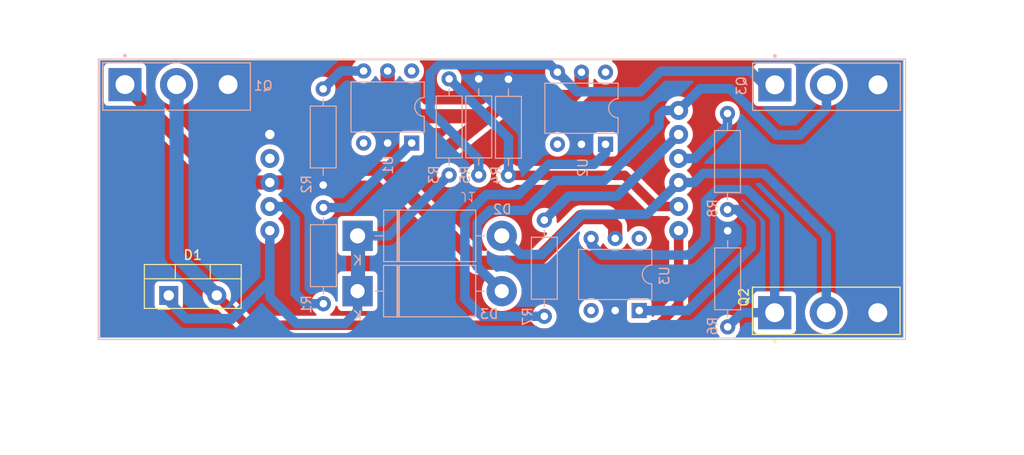
<source format=kicad_pcb>
(kicad_pcb (version 20221018) (generator pcbnew)
  (layers (0 "F.Cu" signal) (31 "B.Cu" signal) (34 "B.Paste" user) (35 "F.Paste" user) (36 "B.SilkS" user "B.Silkscreen") (37 "F.SilkS" user "F.Silkscreen") (38 "B.Mask" user) (39 "F.Mask" user) (44 "Edge.Cuts" user))
  (net 0 "")
  (net 7 "CAP1+")
  (net 8 "SOLENOIDE1_2")
  (net 9 "PWM_carregamento")
  (net 10 "18V")
  (net 12 "ADC_Chute")
  (net 13 "DISPARO NORMAL")
  (net 14 "DISPARO CHIP KICK")
  (net 15 "SOLENOIDE2_2")
  (net 16 "Net-(Q2-Pad1)")
  (net 17 "Net-(Q3-Pad1)")
  (net 18 "Net-(R2-Pad2)")
  (net 19 "Net-(R7-Pad2)")
  (net 20 "INDUTOR1_2")
  (net 21 "GND")
  (net 22 "Net-(R1-Pad2)")
  (net 23 "Net-(R8-Pad2)")
  (footprint "Package_TO_SOT_THT:TO-220-2_Vertical" (layer "F.Cu") (at 134.545 108.775)
    (fp_text reference "D1" (at 2.54 -4.27) (layer "F.SilkS"))
    (fp_text value "BYV79-200")
    (fp_line (start -2.58 -3.27) (end -2.58 1.371) (stroke (width 0.12)) (layer "F.SilkS"))
    (fp_line (start -2.58 -3.27) (end 7.66 -3.27) (stroke (width 0.12)) (layer "F.SilkS"))
    (fp_line (start -2.58 -1.76) (end 7.66 -1.76) (stroke (width 0.12)) (layer "F.SilkS"))
    (fp_line (start -2.58 1.371) (end 7.66 1.371) (stroke (width 0.12)) (layer "F.SilkS"))
    (fp_line (start 0.69 -3.27) (end 0.69 -1.76) (stroke (width 0.12)) (layer "F.SilkS"))
    (fp_line (start 4.391 -3.27) (end 4.391 -1.76) (stroke (width 0.12)) (layer "F.SilkS"))
    (fp_line (start 7.66 -3.27) (end 7.66 1.371) (stroke (width 0.12)) (layer "F.SilkS"))
    (pad "1" thru_hole rect (at 0 0) (size 2 2) (drill 1.1) (layers "*.Cu" "*.Mask") (net 7 "CAP1+"))
    (pad "2" thru_hole oval (at 5.08 0) (size 2 2) (drill 1.1) (layers "*.Cu" "*.Mask") (net 20 "INDUTOR1_2"))
  )
  (footprint "Maraca:TO545P1560X500X2460-3 90d" (layer "F.Cu") (at 204.04 110.6)
    (fp_text reference "Q2" (at -8.714 -1.634 90) (layer "F.SilkS"))
    (fp_text value "IRFP260N")
    (fp_line (start -7.8 -2.7) (end 7.8 -2.7) (stroke (width 0.127)) (layer "F.SilkS"))
    (fp_line (start -7.8 2.3) (end -7.8 -2.7) (stroke (width 0.127)) (layer "F.SilkS"))
    (fp_line (start 7.8 -2.7) (end 7.8 2.3) (stroke (width 0.127)) (layer "F.SilkS"))
    (fp_line (start 7.8 2.3) (end -7.8 2.3) (stroke (width 0.127)) (layer "F.SilkS"))
    (fp_circle (center -5.45 3.05) (end -5.35 3.05) (stroke (width 0.2)) (fill none) (layer "F.SilkS"))
    (pad "1" thru_hole rect (at -5.45 0) (size 3.5 3.5) (drill 2) (layers "*.Cu" "*.Mask") (net 16 "Net-(Q2-Pad1)"))
    (pad "2" thru_hole circle (at 0 0) (size 3.5 3.5) (drill 2) (layers "*.Cu" "*.Mask") (net 8 "SOLENOIDE1_2"))
    (pad "3" thru_hole circle (at 5.45 0) (size 3.5 3.5) (drill 2) (layers "*.Cu" "*.Mask") (net 21 "GND"))
  )
  (footprint "Resistor_THT:R_Axial_DIN0207_L6.3mm_D2.5mm_P10.16mm_Horizontal" (layer "B.Cu") (at 150.89 109.65 90)
    (fp_text reference "R1" (at -0.078 -1.792 90) (layer "B.SilkS") (effects (justify mirror)))
    (fp_text value "220")
    (fp_line (start 1.04 0) (end 1.81 0) (stroke (width 0.12)) (layer "B.SilkS"))
    (fp_line (start 1.81 -1.37) (end 8.35 -1.37) (stroke (width 0.12)) (layer "B.SilkS"))
    (fp_line (start 1.81 1.37) (end 1.81 -1.37) (stroke (width 0.12)) (layer "B.SilkS"))
    (fp_line (start 8.35 -1.37) (end 8.35 1.37) (stroke (width 0.12)) (layer "B.SilkS"))
    (fp_line (start 8.35 1.37) (end 1.81 1.37) (stroke (width 0.12)) (layer "B.SilkS"))
    (fp_line (start 9.12 0) (end 8.35 0) (stroke (width 0.12)) (layer "B.SilkS"))
    (pad "1" thru_hole circle (at 0 0 90) (size 1.6 1.6) (drill 0.8) (layers "*.Cu" "*.Mask") (net 9 "PWM_carregamento"))
    (pad "2" thru_hole oval (at 10.16 0 90) (size 1.6 1.6) (drill 0.8) (layers "*.Cu" "*.Mask") (net 22 "Net-(R1-Pad2)"))
  )
  (footprint "Package_DIP:DIP-6_W7.62mm" (layer "B.Cu") (at 180.71 92.8 90)
    (fp_text reference "U2" (at -2.45 -2.402 90) (layer "B.SilkS") (effects (justify mirror)))
    (fp_text value "OPTO DISPARO KICK")
    (fp_line (start 1.16 -6.41) (end 6.46 -6.41) (stroke (width 0.12)) (layer "B.SilkS"))
    (fp_line (start 1.16 1.33) (end 1.16 -6.41) (stroke (width 0.12)) (layer "B.SilkS"))
    (fp_line (start 2.81 1.33) (end 1.16 1.33) (stroke (width 0.12)) (layer "B.SilkS"))
    (fp_line (start 6.46 -6.41) (end 6.46 1.33) (stroke (width 0.12)) (layer "B.SilkS"))
    (fp_line (start 6.46 1.33) (end 4.81 1.33) (stroke (width 0.12)) (layer "B.SilkS"))
    (fp_arc (start 2.81 1.33) (mid 3.81 0.33) (end 4.81 1.33) (stroke (width 0.12)) (layer "B.SilkS"))
    (pad "1" thru_hole rect (at 0 0 90) (size 1.6 1.6) (drill 0.8) (layers "*.Cu" "*.Mask") (net 19 "Net-(R7-Pad2)"))
    (pad "2" thru_hole oval (at 0 -2.54 90) (size 1.6 1.6) (drill 0.8) (layers "*.Cu" "*.Mask") (net 21 "GND"))
    (pad "3" thru_hole oval (at 0 -5.08 90) (size 1.6 1.6) (drill 0.8) (layers "*.Cu" "*.Mask"))
    (pad "4" thru_hole oval (at 7.62 -5.08 90) (size 1.6 1.6) (drill 0.8) (layers "*.Cu" "*.Mask") (net 17 "Net-(Q3-Pad1)"))
    (pad "5" thru_hole oval (at 7.62 -2.54 90) (size 1.6 1.6) (drill 0.8) (layers "*.Cu" "*.Mask") (net 10 "18V"))
    (pad "6" thru_hole oval (at 7.62 0 90) (size 1.6 1.6) (drill 0.8) (layers "*.Cu" "*.Mask"))
  )
  (footprint "Resistor_THT:R_Axial_DIN0207_L6.3mm_D2.5mm_P10.16mm_Horizontal" (layer "B.Cu") (at 193.6 89.54 -90)
    (fp_text reference "R8" (at 10.028 1.576 90) (layer "B.SilkS") (effects (justify mirror)))
    (fp_text value "220")
    (fp_line (start 1.04 0) (end 1.81 0) (stroke (width 0.12)) (layer "B.SilkS"))
    (fp_line (start 1.81 -1.37) (end 8.35 -1.37) (stroke (width 0.12)) (layer "B.SilkS"))
    (fp_line (start 1.81 1.37) (end 1.81 -1.37) (stroke (width 0.12)) (layer "B.SilkS"))
    (fp_line (start 8.35 -1.37) (end 8.35 1.37) (stroke (width 0.12)) (layer "B.SilkS"))
    (fp_line (start 8.35 1.37) (end 1.81 1.37) (stroke (width 0.12)) (layer "B.SilkS"))
    (fp_line (start 9.12 0) (end 8.35 0) (stroke (width 0.12)) (layer "B.SilkS"))
    (pad "1" thru_hole circle (at 0 0 270) (size 1.6 1.6) (drill 0.8) (layers "*.Cu" "*.Mask") (net 13 "DISPARO NORMAL"))
    (pad "2" thru_hole oval (at 10.16 0 270) (size 1.6 1.6) (drill 0.8) (layers "*.Cu" "*.Mask") (net 23 "Net-(R8-Pad2)"))
  )
  (footprint "Resistor_THT:R_Axial_DIN0207_L6.3mm_D2.5mm_P10.16mm_Horizontal" (layer "B.Cu") (at 174.24 100.82 -90)
    (fp_text reference "R7" (at 10.178 1.774 90) (layer "B.SilkS") (effects (justify mirror)))
    (fp_text value "220")
    (fp_line (start 1.04 0) (end 1.81 0) (stroke (width 0.12)) (layer "B.SilkS"))
    (fp_line (start 1.81 -1.37) (end 8.35 -1.37) (stroke (width 0.12)) (layer "B.SilkS"))
    (fp_line (start 1.81 1.37) (end 1.81 -1.37) (stroke (width 0.12)) (layer "B.SilkS"))
    (fp_line (start 8.35 -1.37) (end 8.35 1.37) (stroke (width 0.12)) (layer "B.SilkS"))
    (fp_line (start 8.35 1.37) (end 1.81 1.37) (stroke (width 0.12)) (layer "B.SilkS"))
    (fp_line (start 9.12 0) (end 8.35 0) (stroke (width 0.12)) (layer "B.SilkS"))
    (pad "1" thru_hole circle (at 0 0 270) (size 1.6 1.6) (drill 0.8) (layers "*.Cu" "*.Mask") (net 14 "DISPARO CHIP KICK"))
    (pad "2" thru_hole oval (at 10.16 0 270) (size 1.6 1.6) (drill 0.8) (layers "*.Cu" "*.Mask") (net 19 "Net-(R7-Pad2)"))
  )
  (footprint "Resistor_THT:R_Axial_DIN0207_L6.3mm_D2.5mm_P10.16mm_Horizontal" (layer "B.Cu") (at 170.45 96.085 90)
    (fp_text reference "R4" (at 0.018 -1.316 90) (layer "B.SilkS") (effects (justify mirror)))
    (fp_text value "27k")
    (fp_line (start 1.04 0) (end 1.81 0) (stroke (width 0.12)) (layer "B.SilkS"))
    (fp_line (start 1.81 -1.37) (end 8.35 -1.37) (stroke (width 0.12)) (layer "B.SilkS"))
    (fp_line (start 1.81 1.37) (end 1.81 -1.37) (stroke (width 0.12)) (layer "B.SilkS"))
    (fp_line (start 8.35 -1.37) (end 8.35 1.37) (stroke (width 0.12)) (layer "B.SilkS"))
    (fp_line (start 8.35 1.37) (end 1.81 1.37) (stroke (width 0.12)) (layer "B.SilkS"))
    (fp_line (start 9.12 0) (end 8.35 0) (stroke (width 0.12)) (layer "B.SilkS"))
    (pad "1" thru_hole circle (at 0 0 90) (size 1.6 1.6) (drill 0.8) (layers "*.Cu" "*.Mask") (net 12 "ADC_Chute"))
    (pad "2" thru_hole oval (at 10.16 0 90) (size 1.6 1.6) (drill 0.8) (layers "*.Cu" "*.Mask") (net 21 "GND"))
  )
  (footprint "Diode_THT:D_DO-201AD_P15.24mm_Horizontal" (layer "B.Cu") (at 154.505 102.475)
    (fp_text reference "D2" (at 15.295 -2.8) (layer "B.SilkS") (effects (justify mirror)))
    (fp_text value "1N5408")
    (fp_text user "K" (at 0 2.6) (layer "B.SilkS") (effects (justify mirror)))
    (fp_line (start 1.84 0) (end 2.75 0) (stroke (width 0.12)) (layer "B.SilkS"))
    (fp_line (start 2.75 -2.72) (end 12.49 -2.72) (stroke (width 0.12)) (layer "B.SilkS"))
    (fp_line (start 2.75 2.72) (end 2.75 -2.72) (stroke (width 0.12)) (layer "B.SilkS"))
    (fp_line (start 4.175 2.72) (end 4.175 -2.72) (stroke (width 0.12)) (layer "B.SilkS"))
    (fp_line (start 4.295 2.72) (end 4.295 -2.72) (stroke (width 0.12)) (layer "B.SilkS"))
    (fp_line (start 4.415 2.72) (end 4.415 -2.72) (stroke (width 0.12)) (layer "B.SilkS"))
    (fp_line (start 12.49 -2.72) (end 12.49 2.72) (stroke (width 0.12)) (layer "B.SilkS"))
    (fp_line (start 12.49 2.72) (end 2.75 2.72) (stroke (width 0.12)) (layer "B.SilkS"))
    (fp_line (start 13.4 0) (end 12.49 0) (stroke (width 0.12)) (layer "B.SilkS"))
    (pad "1" thru_hole rect (at 0 0) (size 3.2 3.2) (drill 1.6) (layers "*.Cu" "*.Mask") (net 7 "CAP1+"))
    (pad "2" thru_hole oval (at 15.24 0) (size 3.2 3.2) (drill 1.6) (layers "*.Cu" "*.Mask") (net 8 "SOLENOIDE1_2"))
  )
  (footprint "Resistor_THT:R_Axial_DIN0207_L6.3mm_D2.5mm_P10.16mm_Horizontal" (layer "B.Cu") (at 167.31 96.05 90)
    (fp_text reference "R5" (at 0.038 -1.448 90) (layer "B.SilkS") (effects (justify mirror)))
    (fp_text value "10k")
    (fp_line (start 1.04 0) (end 1.81 0) (stroke (width 0.12)) (layer "B.SilkS"))
    (fp_line (start 1.81 -1.37) (end 8.35 -1.37) (stroke (width 0.12)) (layer "B.SilkS"))
    (fp_line (start 1.81 1.37) (end 1.81 -1.37) (stroke (width 0.12)) (layer "B.SilkS"))
    (fp_line (start 8.35 -1.37) (end 8.35 1.37) (stroke (width 0.12)) (layer "B.SilkS"))
    (fp_line (start 8.35 1.37) (end 1.81 1.37) (stroke (width 0.12)) (layer "B.SilkS"))
    (fp_line (start 9.12 0) (end 8.35 0) (stroke (width 0.12)) (layer "B.SilkS"))
    (pad "1" thru_hole circle (at 0 0 90) (size 1.6 1.6) (drill 0.8) (layers "*.Cu" "*.Mask") (net 17 "Net-(Q3-Pad1)"))
    (pad "2" thru_hole oval (at 10.16 0 90) (size 1.6 1.6) (drill 0.8) (layers "*.Cu" "*.Mask") (net 21 "GND"))
  )
  (footprint "Maraca:TO545P1560X500X2460-3 90d" (layer "B.Cu") (at 135.37 86.49)
    (fp_text reference "Q1" (at 9.156 0.124) (layer "B.SilkS") (effects (justify mirror)))
    (fp_text value "IRFP260N")
    (fp_line (start -7.8 -2.3) (end -7.8 2.7) (stroke (width 0.127)) (layer "B.SilkS"))
    (fp_line (start -7.8 2.7) (end 7.8 2.7) (stroke (width 0.127)) (layer "B.SilkS"))
    (fp_line (start 7.8 -2.3) (end -7.8 -2.3) (stroke (width 0.127)) (layer "B.SilkS"))
    (fp_line (start 7.8 2.7) (end 7.8 -2.3) (stroke (width 0.127)) (layer "B.SilkS"))
    (fp_circle (center -5.45 -3.05) (end -5.35 -3.05) (stroke (width 0.2)) (fill none) (layer "B.SilkS"))
    (pad "1" thru_hole rect (at -5.45 0) (size 3.5 3.5) (drill 2) (layers "*.Cu" "*.Mask") (net 10 "18V"))
    (pad "2" thru_hole circle (at 0 0) (size 3.5 3.5) (drill 2) (layers "*.Cu" "*.Mask") (net 20 "INDUTOR1_2"))
    (pad "3" thru_hole circle (at 5.45 0) (size 3.5 3.5) (drill 2) (layers "*.Cu" "*.Mask") (net 21 "GND"))
  )
  (footprint "Maraca:TO545P1560X500X2460-3 90d" (layer "B.Cu") (at 204.06 86.5175)
    (fp_text reference "Q3" (at -8.988 0.0965 90) (layer "B.SilkS") (effects (justify mirror)))
    (fp_text value "IRFP260N")
    (fp_line (start -7.8 -2.3) (end -7.8 2.7) (stroke (width 0.127)) (layer "B.SilkS"))
    (fp_line (start -7.8 2.7) (end 7.8 2.7) (stroke (width 0.127)) (layer "B.SilkS"))
    (fp_line (start 7.8 -2.3) (end -7.8 -2.3) (stroke (width 0.127)) (layer "B.SilkS"))
    (fp_line (start 7.8 2.7) (end 7.8 -2.3) (stroke (width 0.127)) (layer "B.SilkS"))
    (fp_circle (center -5.45 -3.05) (end -5.35 -3.05) (stroke (width 0.2)) (fill none) (layer "B.SilkS"))
    (pad "1" thru_hole rect (at -5.45 0) (size 3.5 3.5) (drill 2) (layers "*.Cu" "*.Mask") (net 17 "Net-(Q3-Pad1)"))
    (pad "2" thru_hole circle (at 0 0) (size 3.5 3.5) (drill 2) (layers "*.Cu" "*.Mask") (net 15 "SOLENOIDE2_2"))
    (pad "3" thru_hole circle (at 5.45 0 358) (size 3.5 3.5) (drill 2) (layers "*.Cu" "*.Mask") (net 21 "GND"))
  )
  (footprint "Package_DIP:DIP-6_W7.62mm" (layer "B.Cu") (at 184.27 110.37 90)
    (fp_text reference "U3" (at 3.69 2.674 90) (layer "B.SilkS") (effects (justify mirror)))
    (fp_text value "OPTO DISPARO")
    (fp_line (start 1.16 -6.41) (end 6.46 -6.41) (stroke (width 0.12)) (layer "B.SilkS"))
    (fp_line (start 1.16 1.33) (end 1.16 -6.41) (stroke (width 0.12)) (layer "B.SilkS"))
    (fp_line (start 2.81 1.33) (end 1.16 1.33) (stroke (width 0.12)) (layer "B.SilkS"))
    (fp_line (start 6.46 -6.41) (end 6.46 1.33) (stroke (width 0.12)) (layer "B.SilkS"))
    (fp_line (start 6.46 1.33) (end 4.81 1.33) (stroke (width 0.12)) (layer "B.SilkS"))
    (fp_arc (start 2.81 1.33) (mid 3.81 0.33) (end 4.81 1.33) (stroke (width 0.12)) (layer "B.SilkS"))
    (pad "1" thru_hole rect (at 0 0 90) (size 1.6 1.6) (drill 0.8) (layers "*.Cu" "*.Mask") (net 23 "Net-(R8-Pad2)"))
    (pad "2" thru_hole oval (at 0 -2.54 90) (size 1.6 1.6) (drill 0.8) (layers "*.Cu" "*.Mask") (net 21 "GND"))
    (pad "3" thru_hole oval (at 0 -5.08 90) (size 1.6 1.6) (drill 0.8) (layers "*.Cu" "*.Mask"))
    (pad "4" thru_hole oval (at 7.62 -5.08 90) (size 1.6 1.6) (drill 0.8) (layers "*.Cu" "*.Mask") (net 16 "Net-(Q2-Pad1)"))
    (pad "5" thru_hole oval (at 7.62 -2.54 90) (size 1.6 1.6) (drill 0.8) (layers "*.Cu" "*.Mask") (net 10 "18V"))
    (pad "6" thru_hole oval (at 7.62 0 90) (size 1.6 1.6) (drill 0.8) (layers "*.Cu" "*.Mask"))
  )
  (footprint "Package_DIP:DIP-6_W7.62mm" (layer "B.Cu") (at 160.22 92.67 90)
    (fp_text reference "U1" (at -2.326 -2.486 90) (layer "B.SilkS") (effects (justify mirror)))
    (fp_text value "OPTO PWM")
    (fp_line (start 1.16 -6.41) (end 6.46 -6.41) (stroke (width 0.12)) (layer "B.SilkS"))
    (fp_line (start 1.16 1.33) (end 1.16 -6.41) (stroke (width 0.12)) (layer "B.SilkS"))
    (fp_line (start 2.81 1.33) (end 1.16 1.33) (stroke (width 0.12)) (layer "B.SilkS"))
    (fp_line (start 6.46 -6.41) (end 6.46 1.33) (stroke (width 0.12)) (layer "B.SilkS"))
    (fp_line (start 6.46 1.33) (end 4.81 1.33) (stroke (width 0.12)) (layer "B.SilkS"))
    (fp_arc (start 2.81 1.33) (mid 3.81 0.33) (end 4.81 1.33) (stroke (width 0.12)) (layer "B.SilkS"))
    (pad "1" thru_hole rect (at 0 0 90) (size 1.6 1.6) (drill 0.8) (layers "*.Cu" "*.Mask") (net 22 "Net-(R1-Pad2)"))
    (pad "2" thru_hole oval (at 0 -2.54 90) (size 1.6 1.6) (drill 0.8) (layers "*.Cu" "*.Mask") (net 21 "GND"))
    (pad "3" thru_hole oval (at 0 -5.08 90) (size 1.6 1.6) (drill 0.8) (layers "*.Cu" "*.Mask"))
    (pad "4" thru_hole oval (at 7.62 -5.08 90) (size 1.6 1.6) (drill 0.8) (layers "*.Cu" "*.Mask") (net 18 "Net-(R2-Pad2)"))
    (pad "5" thru_hole oval (at 7.62 -2.54 90) (size 1.6 1.6) (drill 0.8) (layers "*.Cu" "*.Mask") (net 10 "18V"))
    (pad "6" thru_hole oval (at 7.62 0 90) (size 1.6 1.6) (drill 0.8) (layers "*.Cu" "*.Mask"))
  )
  (footprint "Resistor_THT:R_Axial_DIN0207_L6.3mm_D2.5mm_P10.16mm_Horizontal" (layer "B.Cu") (at 150.87 97.11 90)
    (fp_text reference "R2" (at 0.082 -1.772 90) (layer "B.SilkS") (effects (justify mirror)))
    (fp_text value "10k")
    (fp_line (start 1.04 0) (end 1.81 0) (stroke (width 0.12)) (layer "B.SilkS"))
    (fp_line (start 1.81 -1.37) (end 8.35 -1.37) (stroke (width 0.12)) (layer "B.SilkS"))
    (fp_line (start 1.81 1.37) (end 1.81 -1.37) (stroke (width 0.12)) (layer "B.SilkS"))
    (fp_line (start 8.35 -1.37) (end 8.35 1.37) (stroke (width 0.12)) (layer "B.SilkS"))
    (fp_line (start 8.35 1.37) (end 1.81 1.37) (stroke (width 0.12)) (layer "B.SilkS"))
    (fp_line (start 9.12 0) (end 8.35 0) (stroke (width 0.12)) (layer "B.SilkS"))
    (pad "1" thru_hole circle (at 0 0 90) (size 1.6 1.6) (drill 0.8) (layers "*.Cu" "*.Mask") (net 21 "GND"))
    (pad "2" thru_hole oval (at 10.16 0 90) (size 1.6 1.6) (drill 0.8) (layers "*.Cu" "*.Mask") (net 18 "Net-(R2-Pad2)"))
  )
  (footprint "Maraca:Conn_2x11_Maraca_Chute" (layer "B.Cu") (at 166.89 96.88)
    (fp_text reference "J1" (at -0.69 1.46 180 unlocked) (layer "B.SilkS") (effects (font (thickness 0.1)) (justify mirror)))
    (fp_text value "Conn_02x11_Pin_Maraca")
    (fp_rect (start -39.79 16.55) (end 45.53 -13.09) (stroke (width 0.1)) (fill none) (layer "B.SilkS"))
    (pad "1" thru_hole circle (at -21.66 5.04) (size 2 2) (drill 1) (layers "*.Cu" "*.Mask") (net 7 "CAP1+"))
    (pad "2" thru_hole circle (at -21.66 2.5) (size 2 2) (drill 1) (layers "*.Cu" "*.Mask") (net 9 "PWM_carregamento"))
    (pad "3" thru_hole circle (at -21.66 -0.04) (size 2 2) (drill 1) (layers "*.Cu" "*.Mask") (net 10 "18V"))
    (pad "4" thru_hole circle (at -21.66 -2.58) (size 2 2) (drill 1) (layers "*.Cu" "*.Mask"))
    (pad "5" thru_hole circle (at -21.66 -5.12) (size 2 2) (drill 1) (layers "*.Cu" "*.Mask") (net 21 "GND"))
    (pad "6" thru_hole circle (at 21.55 5.04) (size 2 2) (drill 1) (layers "*.Cu" "*.Mask") (net 20 "INDUTOR1_2"))
    (pad "7" thru_hole circle (at 21.55 2.5) (size 2 2) (drill 1) (layers "*.Cu" "*.Mask") (net 12 "ADC_Chute"))
    (pad "8" thru_hole circle (at 21.55 -0.04) (size 2 2) (drill 1) (layers "*.Cu" "*.Mask") (net 8 "SOLENOIDE1_2"))
    (pad "9" thru_hole circle (at 21.55 -2.58) (size 2 2) (drill 1) (layers "*.Cu" "*.Mask") (net 13 "DISPARO NORMAL"))
    (pad "10" thru_hole circle (at 21.55 -5.12) (size 2 2) (drill 1) (layers "*.Cu" "*.Mask") (net 14 "DISPARO CHIP KICK"))
    (pad "11" thru_hole circle (at 21.55 -7.66) (size 2 2) (drill 1) (layers "*.Cu" "*.Mask") (net 15 "SOLENOIDE2_2"))
  )
  (footprint "Diode_THT:D_DO-201AD_P15.24mm_Horizontal" (layer "B.Cu") (at 154.5 108.32)
    (fp_text reference "D3" (at 13.902 2.424) (layer "B.SilkS") (effects (justify mirror)))
    (fp_text value "1N5408")
    (fp_text user "K" (at 0 2.6) (layer "B.SilkS") (effects (justify mirror)))
    (fp_line (start 1.84 0) (end 2.75 0) (stroke (width 0.12)) (layer "B.SilkS"))
    (fp_line (start 2.75 -2.72) (end 12.49 -2.72) (stroke (width 0.12)) (layer "B.SilkS"))
    (fp_line (start 2.75 2.72) (end 2.75 -2.72) (stroke (width 0.12)) (layer "B.SilkS"))
    (fp_line (start 4.175 2.72) (end 4.175 -2.72) (stroke (width 0.12)) (layer "B.SilkS"))
    (fp_line (start 4.295 2.72) (end 4.295 -2.72) (stroke (width 0.12)) (layer "B.SilkS"))
    (fp_line (start 4.415 2.72) (end 4.415 -2.72) (stroke (width 0.12)) (layer "B.SilkS"))
    (fp_line (start 12.49 -2.72) (end 12.49 2.72) (stroke (width 0.12)) (layer "B.SilkS"))
    (fp_line (start 12.49 2.72) (end 2.75 2.72) (stroke (width 0.12)) (layer "B.SilkS"))
    (fp_line (start 13.4 0) (end 12.49 0) (stroke (width 0.12)) (layer "B.SilkS"))
    (pad "1" thru_hole rect (at 0 0) (size 3.2 3.2) (drill 1.5) (layers "*.Cu" "*.Mask") (net 7 "CAP1+"))
    (pad "2" thru_hole oval (at 15.24 0) (size 3.2 3.2) (drill 1.5) (layers "*.Cu" "*.Mask") (net 15 "SOLENOIDE2_2"))
  )
  (footprint "Resistor_THT:R_Axial_DIN0207_L6.3mm_D2.5mm_P10.16mm_Horizontal" (layer "B.Cu") (at 193.62 112.1 90)
    (fp_text reference "R6" (at 0.086 -1.596 90) (layer "B.SilkS") (effects (justify mirror)))
    (fp_text value "10k")
    (fp_line (start 1.04 0) (end 1.81 0) (stroke (width 0.12)) (layer "B.SilkS"))
    (fp_line (start 1.81 -1.37) (end 8.35 -1.37) (stroke (width 0.12)) (layer "B.SilkS"))
    (fp_line (start 1.81 1.37) (end 1.81 -1.37) (stroke (width 0.12)) (layer "B.SilkS"))
    (fp_line (start 8.35 -1.37) (end 8.35 1.37) (stroke (width 0.12)) (layer "B.SilkS"))
    (fp_line (start 8.35 1.37) (end 1.81 1.37) (stroke (width 0.12)) (layer "B.SilkS"))
    (fp_line (start 9.12 0) (end 8.35 0) (stroke (width 0.12)) (layer "B.SilkS"))
    (pad "1" thru_hole circle (at 0 0 90) (size 1.6 1.6) (drill 0.8) (layers "*.Cu" "*.Mask") (net 16 "Net-(Q2-Pad1)"))
    (pad "2" thru_hole oval (at 10.16 0 90) (size 1.6 1.6) (drill 0.8) (layers "*.Cu" "*.Mask") (net 21 "GND"))
  )
  (footprint "Resistor_THT:R_Axial_DIN0207_L6.3mm_D2.5mm_P10.16mm_Horizontal" (layer "B.Cu") (at 164.18 96.05 90)
    (fp_text reference "R3" (at 0.038 -1.62 90) (layer "B.SilkS") (effects (justify mirror)))
    (fp_text value "2.2M")
    (fp_line (start 1.04 0) (end 1.81 0) (stroke (width 0.12)) (layer "B.SilkS"))
    (fp_line (start 1.81 -1.37) (end 8.35 -1.37) (stroke (width 0.12)) (layer "B.SilkS"))
    (fp_line (start 1.81 1.37) (end 1.81 -1.37) (stroke (width 0.12)) (layer "B.SilkS"))
    (fp_line (start 8.35 -1.37) (end 8.35 1.37) (stroke (width 0.12)) (layer "B.SilkS"))
    (fp_line (start 8.35 1.37) (end 1.81 1.37) (stroke (width 0.12)) (layer "B.SilkS"))
    (fp_line (start 9.12 0) (end 8.35 0) (stroke (width 0.12)) (layer "B.SilkS"))
    (pad "1" thru_hole circle (at 0 0 90) (size 1.6 1.6) (drill 0.8) (layers "*.Cu" "*.Mask") (net 7 "CAP1+"))
    (pad "2" thru_hole oval (at 10.16 0 90) (size 1.6 1.6) (drill 0.8) (layers "*.Cu" "*.Mask") (net 12 "ADC_Chute"))
  )
  (gr_rect (start 127.25 83.89) (end 212.2 113.25) (stroke (width 0.1)) (fill none) (layer "Edge.Cuts"))
  (segment (start 141.15 111.325) (end 145.23 107.245) (width 1) (layer "B.Cu") (net 7))
  (segment (start 141.05 111.225) (end 141.15 111.325) (width 1) (layer "B.Cu") (net 7))
  (segment (start 134.545 109.395) (end 136.375 111.225) (width 1) (layer "B.Cu") (net 7))
  (segment (start 154.505 102.475) (end 157.755 102.475) (width 1) (layer "B.Cu") (net 7))
  (segment (start 153.2 111.75) (end 154.5 110.45) (width 1) (layer "B.Cu") (net 7))
  (segment (start 145.23 101.92) (end 145.23 108.955) (width 1) (layer "B.Cu") (net 7))
  (segment (start 148.025 111.75) (end 153.2 111.75) (width 1) (layer "B.Cu") (net 7))
  (segment (start 134.545 108.775) (end 134.545 109.395) (width 1) (layer "B.Cu") (net 7))
  (segment (start 157.755 102.475) (end 164.18 96.05) (width 1) (layer "B.Cu") (net 7))
  (segment (start 145.23 107.245) (end 145.23 101.92) (width 1) (layer "B.Cu") (net 7))
  (segment (start 154.55 102.37) (end 154.55 108.27) (width 1.5) (layer "B.Cu") (net 7))
  (segment (start 136.375 111.225) (end 141.05 111.225) (width 1) (layer "B.Cu") (net 7))
  (segment (start 154.5 110.45) (end 154.5 108.32) (width 1) (layer "B.Cu") (net 7))
  (segment (start 145.23 108.955) (end 148.025 111.75) (width 1) (layer "B.Cu") (net 7))
  (segment (start 154.55 108.27) (end 154.5 108.32) (width 1.5) (layer "B.Cu") (net 7))
  (segment (start 197.475 95.875) (end 204.04 102.44) (width 1) (layer "B.Cu") (net 8))
  (segment (start 188.44 96.84) (end 190.085 96.84) (width 1) (layer "B.Cu") (net 8))
  (segment (start 171.72 104.45) (end 174 104.45) (width 1) (layer "B.Cu") (net 8))
  (segment (start 174 104.45) (end 178.25 100.2) (width 1) (layer "B.Cu") (net 8))
  (segment (start 185.08 100.2) (end 188.44 96.84) (width 1) (layer "B.Cu") (net 8))
  (segment (start 204.04 102.44) (end 204.04 110.6) (width 1) (layer "B.Cu") (net 8))
  (segment (start 191.05 95.875) (end 197.475 95.875) (width 1) (layer "B.Cu") (net 8))
  (segment (start 178.25 100.2) (end 185.08 100.2) (width 1) (layer "B.Cu") (net 8))
  (segment (start 190.085 96.84) (end 191.05 95.875) (width 1) (layer "B.Cu") (net 8))
  (segment (start 169.745 102.475) (end 171.72 104.45) (width 1) (layer "B.Cu") (net 8))
  (segment (start 146.58 99.38) (end 145.23 99.38) (width 1) (layer "B.Cu") (net 9))
  (segment (start 149.025 109.65) (end 147.9 108.525) (width 1) (layer "B.Cu") (net 9))
  (segment (start 147.9 100.7) (end 146.58 99.38) (width 1) (layer "B.Cu") (net 9))
  (segment (start 147.9 108.525) (end 147.9 100.7) (width 1) (layer "B.Cu") (net 9))
  (segment (start 150.89 109.65) (end 149.025 109.65) (width 1) (layer "B.Cu") (net 9))
  (segment (start 153.885 95.385) (end 152.825 94.325) (width 1.5) (layer "F.Cu") (net 10))
  (segment (start 140.27 96.84) (end 129.92 86.49) (width 1.5) (layer "F.Cu") (net 10))
  (segment (start 168.213502 89.838502) (end 161.013502 89.838502) (width 1.5) (layer "F.Cu") (net 10))
  (segment (start 181.73 102.75) (end 181.73 101.49) (width 1.5) (layer "F.Cu") (net 10))
  (segment (start 145.23 96.84) (end 140.27 96.84) (width 1.5) (layer "F.Cu") (net 10))
  (segment (start 157.275 95.385) (end 153.885 95.385) (width 1.5) (layer "F.Cu") (net 10))
  (segment (start 152.825 94.325) (end 149.25 94.325) (width 1.5) (layer "F.Cu") (net 10))
  (segment (start 167.21 105.32) (end 157.275 95.385) (width 1.5) (layer "F.Cu") (net 10))
  (segment (start 149.25 94.325) (end 148.125 95.45) (width 1.5) (layer "F.Cu") (net 10))
  (segment (start 161.345 95.385) (end 161.48 95.25) (width 1.5) (layer "F.Cu") (net 10))
  (segment (start 157.68 86.505) (end 157.68 85.05) (width 1.5) (layer "F.Cu") (net 10))
  (segment (start 161.48 95.25) (end 168.213502 89.838502) (width 1.5) (layer "F.Cu") (net 10))
  (segment (start 161.013502 89.838502) (end 157.68 86.505) (width 1.5) (layer "F.Cu") (net 10))
  (segment (start 180.74 100.5) (end 178.09 100.5) (width 1.5) (layer "F.Cu") (net 10))
  (segment (start 170.75 87.8) (end 177.06 87.8) (width 1.5) (layer "F.Cu") (net 10))
  (segment (start 178.09 100.5) (end 173.27 105.32) (width 1.5) (layer "F.Cu") (net 10))
  (segment (start 181.73 101.49) (end 180.74 100.5) (width 1.5) (layer "F.Cu") (net 10))
  (segment (start 173.27 105.32) (end 167.21 105.32) (width 1.5) (layer "F.Cu") (net 10))
  (segment (start 178.17 86.69) (end 178.17 85.18) (width 1.5) (layer "F.Cu") (net 10))
  (segment (start 145.23 96.84) (end 146.735 96.84) (width 1.5) (layer "F.Cu") (net 10))
  (segment (start 146.735 96.84) (end 148.125 95.45) (width 1.5) (layer "F.Cu") (net 10))
  (segment (start 168.213502 89.838502) (end 170.75 87.8) (width 1.5) (layer "F.Cu") (net 10))
  (segment (start 177.06 87.8) (end 178.17 86.69) (width 1.5) (layer "F.Cu") (net 10))
  (segment (start 157.275 95.385) (end 161.345 95.385) (width 1.5) (layer "F.Cu") (net 10))
  (segment (start 170.45 96.085) (end 182.735 96.085) (width 1) (layer "F.Cu") (net 12))
  (segment (start 186.03 99.38) (end 188.44 99.38) (width 1) (layer "F.Cu") (net 12))
  (segment (start 182.735 96.085) (end 186.03 99.38) (width 1) (layer "F.Cu") (net 12))
  (segment (start 170.45 92.22) (end 170.45 96.085) (width 1) (layer "B.Cu") (net 12))
  (segment (start 170.48 92.19) (end 164.18 85.89) (width 1) (layer "B.Cu") (net 12))
  (segment (start 170.48 92.19) (end 170.45 92.22) (width 1) (layer "B.Cu") (net 12))
  (segment (start 190.125 94.3) (end 188.44 94.3) (width 1) (layer "B.Cu") (net 13))
  (segment (start 193.6 90.825) (end 190.125 94.3) (width 1) (layer "B.Cu") (net 13))
  (segment (start 193.6 89.54) (end 193.6 90.825) (width 1) (layer "B.Cu") (net 13))
  (segment (start 174.24 100.82) (end 176.785 98.275) (width 1) (layer "B.Cu") (net 14))
  (segment (start 181.925 98.275) (end 188.44 91.76) (width 1) (layer "B.Cu") (net 14))
  (segment (start 176.785 98.275) (end 181.925 98.275) (width 1) (layer "B.Cu") (net 14))
  (segment (start 175.4 96.625) (end 180.575 96.625) (width 1) (layer "B.Cu") (net 15))
  (segment (start 180.575 96.625) (end 186.3625 90.8375) (width 1) (layer "B.Cu") (net 15))
  (segment (start 190.735 86.925) (end 193.875 86.925) (width 1) (layer "B.Cu") (net 15))
  (segment (start 198.775 91.825) (end 199.575 91.825) (width 1) (layer "B.Cu") (net 15))
  (segment (start 204.06 89.015) (end 204.06 86.5175) (width 1) (layer "B.Cu") (net 15))
  (segment (start 186.905 89.22) (end 188.44 89.22) (width 1) (layer "B.Cu") (net 15))
  (segment (start 169.74 108.32) (end 167.15 105.73) (width 1) (layer "B.Cu") (net 15))
  (segment (start 167.15 105.73) (end 167.15 101.15) (width 1) (layer "B.Cu") (net 15))
  (segment (start 188.44 89.22) (end 190.735 86.925) (width 1) (layer "B.Cu") (net 15))
  (segment (start 199.575 91.825) (end 201.25 91.825) (width 1) (layer "B.Cu") (net 15))
  (segment (start 186.3625 89.7625) (end 186.905 89.22) (width 1) (layer "B.Cu") (net 15))
  (segment (start 186.3625 90.8375) (end 186.3625 89.7625) (width 1) (layer "B.Cu") (net 15))
  (segment (start 168.525 99.775) (end 172.25 99.775) (width 1) (layer "B.Cu") (net 15))
  (segment (start 193.875 86.925) (end 198.775 91.825) (width 1) (layer "B.Cu") (net 15))
  (segment (start 167.15 101.15) (end 168.525 99.775) (width 1) (layer "B.Cu") (net 15))
  (segment (start 172.25 99.775) (end 175.4 96.625) (width 1) (layer "B.Cu") (net 15))
  (segment (start 201.25 91.825) (end 204.06 89.015) (width 1) (layer "B.Cu") (net 15))
  (segment (start 195.7 97.6) (end 198.59 100.49) (width 1) (layer "B.Cu") (net 16))
  (segment (start 189.5175 104.5075) (end 191.275 102.75) (width 1) (layer "B.Cu") (net 16))
  (segment (start 192.475 97.6) (end 195.7 97.6) (width 1) (layer "B.Cu") (net 16))
  (segment (start 181.025 104.5075) (end 189.5175 104.5075) (width 1) (layer "B.Cu") (net 16))
  (segment (start 198.59 100.49) (end 198.59 110.6) (width 1) (layer "B.Cu") (net 16))
  (segment (start 180.3075 104.5075) (end 179.19 103.39) (width 1) (layer "B.Cu") (net 16))
  (segment (start 191.275 102.75) (end 191.275 98.8) (width 1) (layer "B.Cu") (net 16))
  (segment (start 181.025 104.5075) (end 180.3075 104.5075) (width 1) (layer "B.Cu") (net 16))
  (segment (start 195.12 110.6) (end 198.59 110.6) (width 1) (layer "B.Cu") (net 16))
  (segment (start 179.19 103.39) (end 179.19 102.75) (width 1) (layer "B.Cu") (net 16))
  (segment (start 191.275 98.8) (end 192.475 97.6) (width 1) (layer "B.Cu") (net 16))
  (segment (start 193.62 112.1) (end 195.12 110.6) (width 1) (layer "B.Cu") (net 16))
  (segment (start 184.375 87.25) (end 177.7 87.25) (width 1) (layer "B.Cu") (net 17))
  (segment (start 198.61 86.5175) (end 197.4675 86.5175) (width 1) (layer "B.Cu") (net 17))
  (segment (start 177.7 87.25) (end 175.63 85.18) (width 1) (layer "B.Cu") (net 17))
  (segment (start 163.11 84.39) (end 162.175 85.325) (width 1) (layer "B.Cu") (net 17))
  (segment (start 174.84 84.39) (end 163.11 84.39) (width 1) (layer "B.Cu") (net 17))
  (segment (start 186.55 85.075) (end 184.375 87.25) (width 1) (layer "B.Cu") (net 17))
  (segment (start 162.175 85.325) (end 162.175 89.275) (width 1) (layer "B.Cu") (net 17))
  (segment (start 162.175 89.275) (end 167.31 94.41) (width 1) (layer "B.Cu") (net 17))
  (segment (start 197.4675 86.5175) (end 196.025 85.075) (width 1) (layer "B.Cu") (net 17))
  (segment (start 196.025 85.075) (end 186.55 85.075) (width 1) (layer "B.Cu") (net 17))
  (segment (start 175.63 85.18) (end 174.84 84.39) (width 1) (layer "B.Cu") (net 17))
  (segment (start 167.31 94.41) (end 167.31 96.05) (width 1) (layer "B.Cu") (net 17))
  (segment (start 152.77 85.05) (end 150.87 86.95) (width 1) (layer "B.Cu") (net 18))
  (segment (start 155.14 85.05) (end 152.77 85.05) (width 1) (layer "B.Cu") (net 18))
  (segment (start 180.71 93.715) (end 180.1625 94.2625) (width 1) (layer "B.Cu") (net 19))
  (segment (start 165.85 102.4) (end 165.85 109.125) (width 1) (layer "B.Cu") (net 19))
  (segment (start 165.85 102.4) (end 165.85 100.375) (width 1) (layer "B.Cu") (net 19))
  (segment (start 168.1 98.125) (end 171.5 98.125) (width 1) (layer "B.Cu") (net 19))
  (segment (start 180.71 92.8) (end 180.71 93.715) (width 1) (layer "B.Cu") (net 19))
  (segment (start 167.705 110.98) (end 174.24 110.98) (width 1) (layer "B.Cu") (net 19))
  (segment (start 174.7 94.925) (end 179.5 94.925) (width 1) (layer "B.Cu") (net 19))
  (segment (start 165.85 109.125) (end 167.705 110.98) (width 1) (layer "B.Cu") (net 19))
  (segment (start 165.85 100.375) (end 168.1 98.125) (width 1) (layer "B.Cu") (net 19))
  (segment (start 179.5 94.925) (end 180.1625 94.2625) (width 1) (layer "B.Cu") (net 19))
  (segment (start 171.5 98.125) (end 174.7 94.925) (width 1) (layer "B.Cu") (net 19))
  (segment (start 180.1625 94.2625) (end 179.65 94.775) (width 1) (layer "B.Cu") (net 19))
  (segment (start 185.95 112.25) (end 188.44 109.76) (width 1) (layer "F.Cu") (net 20))
  (segment (start 172.525 111.925) (end 173.35 112.75) (width 1) (layer "F.Cu") (net 20))
  (segment (start 142.775 111.925) (end 172.525 111.925) (width 1) (layer "F.Cu") (net 20))
  (segment (start 176.075 112.25) (end 185.95 112.25) (width 1) (layer "F.Cu") (net 20))
  (segment (start 175.575 112.75) (end 176.075 112.25) (width 1) (layer "F.Cu") (net 20))
  (segment (start 173.35 112.75) (end 175.575 112.75) (width 1) (layer "F.Cu") (net 20))
  (segment (start 188.44 109.76) (end 188.44 101.92) (width 1) (layer "F.Cu") (net 20))
  (segment (start 139.625 108.775) (end 142.775 111.925) (width 1) (layer "F.Cu") (net 20))
  (segment (start 135.37 86.49) (end 135.37 103.6) (width 1.5) (layer "B.Cu") (net 20))
  (segment (start 135.37 104.52) (end 139.625 108.775) (width 1.5) (layer "B.Cu") (net 20))
  (segment (start 135.37 103.6) (end 135.37 104.52) (width 1.5) (layer "B.Cu") (net 20))
  (segment (start 209.49 110.6) (end 209.49 86.5375) (width 1) (layer "B.Cu") (net 21))
  (segment (start 209.49 86.5375) (end 209.51 86.5175) (width 1) (layer "B.Cu") (net 21))
  (segment (start 153.4 99.49) (end 160.22 92.67) (width 1) (layer "B.Cu") (net 22))
  (segment (start 150.89 99.49) (end 153.4 99.49) (width 1) (layer "B.Cu") (net 22))
  (segment (start 189.405 110.37) (end 184.27 110.37) (width 1) (layer "B.Cu") (net 23))
  (segment (start 193.6 99.7) (end 194.6 99.7) (width 1) (layer "B.Cu") (net 23))
  (segment (start 194.6 99.7) (end 196.1 101.2) (width 1) (layer "B.Cu") (net 23))
  (segment (start 196.1 101.2) (end 196.1 103.675) (width 1) (layer "B.Cu") (net 23))
  (segment (start 196.1 103.675) (end 189.405 110.37) (width 1) (layer "B.Cu") (net 23))
  (zone (net 21) (net_name "GND") (layers "F&B.Cu") (connect_pads yes (clearance 0.5)) (min_thickness 0.25) (fill yes (thermal_gap 0.5) (thermal_bridge_width 0.5))
    (polygon (pts (xy 119.62 78.13) (xy 224.96 77.55) (xy 224.77 125.66) (xy 116.71 121.01)))
  )
)
</source>
